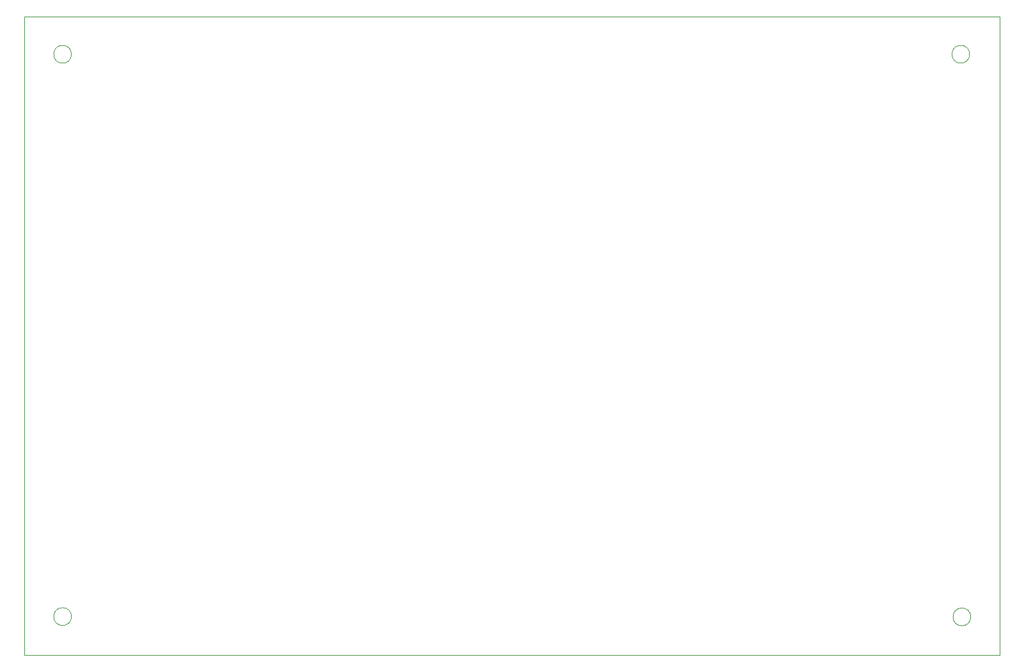
<source format=gbr>
%TF.GenerationSoftware,KiCad,Pcbnew,8.0.8*%
%TF.CreationDate,2025-03-04T16:09:32+01:00*%
%TF.ProjectId,PCB Symphonie,50434220-5379-46d7-9068-6f6e69652e6b,rev?*%
%TF.SameCoordinates,Original*%
%TF.FileFunction,Profile,NP*%
%FSLAX46Y46*%
G04 Gerber Fmt 4.6, Leading zero omitted, Abs format (unit mm)*
G04 Created by KiCad (PCBNEW 8.0.8) date 2025-03-04 16:09:32*
%MOMM*%
%LPD*%
G01*
G04 APERTURE LIST*
%TA.AperFunction,Profile*%
%ADD10C,0.050000*%
%TD*%
G04 APERTURE END LIST*
D10*
X254926000Y-38046400D02*
G75*
G02*
X252566000Y-38046400I-1180000J0D01*
G01*
X252566000Y-38046400D02*
G75*
G02*
X254926000Y-38046400I1180000J0D01*
G01*
X135952400Y-38052000D02*
G75*
G02*
X133592400Y-38052000I-1180000J0D01*
G01*
X133592400Y-38052000D02*
G75*
G02*
X135952400Y-38052000I1180000J0D01*
G01*
X255075600Y-112671600D02*
G75*
G02*
X252715600Y-112671600I-1180000J0D01*
G01*
X252715600Y-112671600D02*
G75*
G02*
X255075600Y-112671600I1180000J0D01*
G01*
X129740000Y-33020000D02*
X258880000Y-33020000D01*
X258880000Y-117700000D01*
X129740000Y-117700000D01*
X129740000Y-33020000D01*
X135955200Y-112623600D02*
G75*
G02*
X133595200Y-112623600I-1180000J0D01*
G01*
X133595200Y-112623600D02*
G75*
G02*
X135955200Y-112623600I1180000J0D01*
G01*
M02*

</source>
